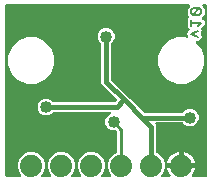
<source format=gbr>
G04 EAGLE Gerber RS-274X export*
G75*
%MOMM*%
%FSLAX34Y34*%
%LPD*%
%INBottom Copper*%
%IPPOS*%
%AMOC8*
5,1,8,0,0,1.08239X$1,22.5*%
G01*
%ADD10C,0.203200*%
%ADD11C,1.879600*%
%ADD12C,1.016000*%
%ADD13C,0.254000*%
%ADD14C,0.406400*%

G36*
X16210Y3307D02*
X16210Y3307D01*
X16239Y3304D01*
X16350Y3327D01*
X16462Y3343D01*
X16489Y3355D01*
X16518Y3360D01*
X16618Y3413D01*
X16722Y3459D01*
X16744Y3478D01*
X16770Y3491D01*
X16852Y3569D01*
X16939Y3642D01*
X16955Y3667D01*
X16976Y3687D01*
X17033Y3785D01*
X17096Y3879D01*
X17105Y3907D01*
X17120Y3932D01*
X17148Y4042D01*
X17182Y4150D01*
X17183Y4180D01*
X17190Y4208D01*
X17186Y4321D01*
X17189Y4434D01*
X17182Y4463D01*
X17181Y4492D01*
X17146Y4600D01*
X17118Y4709D01*
X17103Y4735D01*
X17094Y4763D01*
X17048Y4827D01*
X16972Y4954D01*
X16927Y4997D01*
X16899Y5036D01*
X15709Y6225D01*
X13969Y10426D01*
X13969Y14974D01*
X15710Y19175D01*
X18925Y22390D01*
X23126Y24131D01*
X27674Y24131D01*
X31875Y22390D01*
X35090Y19175D01*
X36831Y14974D01*
X36831Y10426D01*
X35091Y6225D01*
X33901Y5036D01*
X33884Y5012D01*
X33861Y4993D01*
X33799Y4899D01*
X33730Y4809D01*
X33720Y4781D01*
X33704Y4757D01*
X33670Y4649D01*
X33629Y4543D01*
X33627Y4514D01*
X33618Y4486D01*
X33615Y4372D01*
X33606Y4260D01*
X33611Y4231D01*
X33611Y4202D01*
X33639Y4092D01*
X33662Y3981D01*
X33675Y3955D01*
X33682Y3927D01*
X33740Y3829D01*
X33793Y3729D01*
X33813Y3707D01*
X33828Y3682D01*
X33910Y3605D01*
X33988Y3523D01*
X34014Y3508D01*
X34035Y3488D01*
X34136Y3436D01*
X34234Y3379D01*
X34262Y3372D01*
X34288Y3358D01*
X34366Y3345D01*
X34509Y3309D01*
X34572Y3311D01*
X34619Y3303D01*
X41581Y3303D01*
X41610Y3307D01*
X41639Y3304D01*
X41750Y3327D01*
X41862Y3343D01*
X41889Y3355D01*
X41918Y3360D01*
X42018Y3413D01*
X42122Y3459D01*
X42144Y3478D01*
X42170Y3491D01*
X42252Y3569D01*
X42339Y3642D01*
X42355Y3667D01*
X42376Y3687D01*
X42433Y3785D01*
X42496Y3879D01*
X42505Y3907D01*
X42520Y3932D01*
X42548Y4042D01*
X42582Y4150D01*
X42583Y4180D01*
X42590Y4208D01*
X42586Y4321D01*
X42589Y4434D01*
X42582Y4463D01*
X42581Y4492D01*
X42546Y4600D01*
X42518Y4709D01*
X42503Y4735D01*
X42494Y4763D01*
X42448Y4827D01*
X42372Y4954D01*
X42327Y4997D01*
X42299Y5036D01*
X41109Y6225D01*
X39369Y10426D01*
X39369Y14974D01*
X41110Y19175D01*
X44325Y22390D01*
X48526Y24131D01*
X53074Y24131D01*
X57275Y22390D01*
X60490Y19175D01*
X62231Y14974D01*
X62231Y10426D01*
X60491Y6225D01*
X59301Y5036D01*
X59284Y5012D01*
X59261Y4993D01*
X59199Y4899D01*
X59130Y4809D01*
X59120Y4781D01*
X59104Y4757D01*
X59070Y4649D01*
X59029Y4543D01*
X59027Y4514D01*
X59018Y4486D01*
X59015Y4372D01*
X59006Y4260D01*
X59011Y4231D01*
X59011Y4202D01*
X59039Y4092D01*
X59062Y3981D01*
X59075Y3955D01*
X59082Y3927D01*
X59140Y3829D01*
X59193Y3729D01*
X59213Y3707D01*
X59228Y3682D01*
X59310Y3605D01*
X59388Y3523D01*
X59414Y3508D01*
X59435Y3488D01*
X59536Y3436D01*
X59634Y3379D01*
X59662Y3372D01*
X59688Y3358D01*
X59766Y3345D01*
X59909Y3309D01*
X59972Y3311D01*
X60019Y3303D01*
X66981Y3303D01*
X67010Y3307D01*
X67039Y3304D01*
X67150Y3327D01*
X67262Y3343D01*
X67289Y3355D01*
X67318Y3360D01*
X67418Y3413D01*
X67522Y3459D01*
X67544Y3478D01*
X67570Y3491D01*
X67652Y3569D01*
X67739Y3642D01*
X67755Y3667D01*
X67776Y3687D01*
X67833Y3785D01*
X67896Y3879D01*
X67905Y3907D01*
X67920Y3932D01*
X67948Y4042D01*
X67982Y4150D01*
X67983Y4180D01*
X67990Y4208D01*
X67986Y4321D01*
X67989Y4434D01*
X67982Y4463D01*
X67981Y4492D01*
X67946Y4600D01*
X67918Y4709D01*
X67903Y4735D01*
X67894Y4763D01*
X67848Y4827D01*
X67772Y4954D01*
X67727Y4997D01*
X67699Y5036D01*
X66509Y6225D01*
X64769Y10426D01*
X64769Y14974D01*
X66510Y19175D01*
X69725Y22390D01*
X73926Y24131D01*
X78474Y24131D01*
X82675Y22390D01*
X85890Y19175D01*
X87631Y14974D01*
X87631Y10426D01*
X85891Y6225D01*
X84701Y5036D01*
X84684Y5012D01*
X84661Y4993D01*
X84599Y4899D01*
X84530Y4809D01*
X84520Y4781D01*
X84504Y4757D01*
X84470Y4649D01*
X84429Y4543D01*
X84427Y4514D01*
X84418Y4486D01*
X84415Y4372D01*
X84406Y4260D01*
X84411Y4231D01*
X84411Y4202D01*
X84439Y4092D01*
X84462Y3981D01*
X84475Y3955D01*
X84482Y3927D01*
X84540Y3829D01*
X84593Y3729D01*
X84613Y3707D01*
X84628Y3682D01*
X84710Y3605D01*
X84788Y3523D01*
X84814Y3508D01*
X84835Y3488D01*
X84936Y3436D01*
X85034Y3379D01*
X85062Y3372D01*
X85088Y3358D01*
X85166Y3345D01*
X85309Y3309D01*
X85372Y3311D01*
X85419Y3303D01*
X92381Y3303D01*
X92410Y3307D01*
X92439Y3304D01*
X92550Y3327D01*
X92662Y3343D01*
X92689Y3355D01*
X92718Y3360D01*
X92818Y3413D01*
X92922Y3459D01*
X92944Y3478D01*
X92970Y3491D01*
X93052Y3569D01*
X93139Y3642D01*
X93155Y3667D01*
X93176Y3687D01*
X93233Y3785D01*
X93296Y3879D01*
X93305Y3907D01*
X93320Y3932D01*
X93348Y4042D01*
X93382Y4150D01*
X93383Y4180D01*
X93390Y4208D01*
X93386Y4321D01*
X93389Y4434D01*
X93382Y4463D01*
X93381Y4492D01*
X93346Y4600D01*
X93318Y4709D01*
X93303Y4735D01*
X93294Y4763D01*
X93248Y4827D01*
X93172Y4954D01*
X93127Y4997D01*
X93099Y5036D01*
X91909Y6225D01*
X90169Y10426D01*
X90169Y14974D01*
X91910Y19175D01*
X95125Y22391D01*
X97671Y23445D01*
X97672Y23446D01*
X97673Y23446D01*
X97794Y23518D01*
X97915Y23589D01*
X97916Y23591D01*
X97918Y23591D01*
X98015Y23695D01*
X98111Y23796D01*
X98111Y23797D01*
X98112Y23799D01*
X98177Y23924D01*
X98241Y24049D01*
X98241Y24050D01*
X98242Y24052D01*
X98244Y24067D01*
X98296Y24328D01*
X98293Y24358D01*
X98297Y24383D01*
X98297Y41391D01*
X98285Y41478D01*
X98282Y41565D01*
X98265Y41618D01*
X98257Y41673D01*
X98222Y41753D01*
X98195Y41836D01*
X98167Y41875D01*
X98141Y41932D01*
X98046Y42045D01*
X98000Y42109D01*
X97871Y42238D01*
X97870Y42239D01*
X97869Y42241D01*
X97754Y42326D01*
X97644Y42409D01*
X97642Y42410D01*
X97641Y42411D01*
X97508Y42461D01*
X97378Y42511D01*
X97376Y42511D01*
X97375Y42511D01*
X97234Y42523D01*
X97095Y42534D01*
X97093Y42534D01*
X97092Y42534D01*
X97076Y42530D01*
X96816Y42478D01*
X96789Y42464D01*
X96764Y42459D01*
X96665Y42417D01*
X93835Y42417D01*
X91221Y43500D01*
X89220Y45501D01*
X88137Y48115D01*
X88137Y50945D01*
X89220Y53559D01*
X91221Y55560D01*
X92795Y56212D01*
X92869Y56256D01*
X92948Y56291D01*
X92991Y56328D01*
X93040Y56357D01*
X93099Y56419D01*
X93165Y56475D01*
X93196Y56522D01*
X93235Y56563D01*
X93275Y56640D01*
X93322Y56711D01*
X93340Y56765D01*
X93366Y56816D01*
X93382Y56900D01*
X93408Y56982D01*
X93410Y57039D01*
X93421Y57095D01*
X93413Y57180D01*
X93416Y57266D01*
X93401Y57321D01*
X93396Y57378D01*
X93365Y57459D01*
X93344Y57541D01*
X93315Y57590D01*
X93294Y57643D01*
X93242Y57712D01*
X93198Y57786D01*
X93157Y57825D01*
X93123Y57870D01*
X93054Y57922D01*
X92991Y57980D01*
X92940Y58006D01*
X92895Y58040D01*
X92815Y58071D01*
X92738Y58110D01*
X92689Y58118D01*
X92629Y58141D01*
X92484Y58152D01*
X92407Y58165D01*
X44515Y58165D01*
X44428Y58153D01*
X44341Y58150D01*
X44288Y58133D01*
X44233Y58125D01*
X44153Y58090D01*
X44070Y58063D01*
X44031Y58035D01*
X43974Y58009D01*
X43861Y57913D01*
X43797Y57868D01*
X42129Y56200D01*
X39515Y55117D01*
X36685Y55117D01*
X34071Y56200D01*
X32070Y58201D01*
X30987Y60815D01*
X30987Y63645D01*
X32070Y66259D01*
X34071Y68260D01*
X36685Y69343D01*
X39515Y69343D01*
X42129Y68260D01*
X43797Y66592D01*
X43867Y66540D01*
X43931Y66480D01*
X43980Y66454D01*
X44024Y66421D01*
X44106Y66390D01*
X44184Y66350D01*
X44231Y66342D01*
X44290Y66320D01*
X44437Y66308D01*
X44515Y66295D01*
X95686Y66295D01*
X95772Y66307D01*
X95860Y66310D01*
X95912Y66327D01*
X95967Y66335D01*
X96047Y66370D01*
X96130Y66397D01*
X96170Y66425D01*
X96227Y66451D01*
X96340Y66547D01*
X96404Y66592D01*
X97674Y67862D01*
X97709Y67909D01*
X97751Y67949D01*
X97794Y68022D01*
X97845Y68089D01*
X97865Y68144D01*
X97895Y68194D01*
X97916Y68276D01*
X97946Y68355D01*
X97951Y68413D01*
X97965Y68470D01*
X97962Y68554D01*
X97969Y68638D01*
X97958Y68696D01*
X97956Y68754D01*
X97930Y68834D01*
X97914Y68917D01*
X97887Y68969D01*
X97869Y69025D01*
X97828Y69081D01*
X97783Y69169D01*
X97714Y69242D01*
X97674Y69298D01*
X87514Y79458D01*
X84835Y82136D01*
X84835Y115505D01*
X84823Y115592D01*
X84820Y115679D01*
X84803Y115732D01*
X84795Y115787D01*
X84760Y115867D01*
X84733Y115950D01*
X84705Y115989D01*
X84679Y116046D01*
X84583Y116159D01*
X84538Y116223D01*
X82870Y117891D01*
X81787Y120505D01*
X81787Y123335D01*
X82870Y125949D01*
X84871Y127950D01*
X87485Y129033D01*
X90315Y129033D01*
X92929Y127950D01*
X94930Y125949D01*
X96013Y123335D01*
X96013Y120505D01*
X94930Y117891D01*
X93262Y116223D01*
X93210Y116153D01*
X93150Y116089D01*
X93124Y116040D01*
X93091Y115996D01*
X93060Y115914D01*
X93020Y115836D01*
X93012Y115789D01*
X92990Y115730D01*
X92978Y115583D01*
X92965Y115505D01*
X92965Y85924D01*
X92977Y85838D01*
X92980Y85750D01*
X92997Y85698D01*
X93005Y85643D01*
X93040Y85563D01*
X93067Y85480D01*
X93095Y85440D01*
X93121Y85383D01*
X93217Y85270D01*
X93262Y85206D01*
X109137Y69331D01*
X120766Y57702D01*
X120836Y57650D01*
X120900Y57590D01*
X120949Y57564D01*
X120993Y57531D01*
X121075Y57500D01*
X121153Y57460D01*
X121201Y57452D01*
X121259Y57430D01*
X121407Y57418D01*
X121484Y57405D01*
X153605Y57405D01*
X153692Y57417D01*
X153779Y57420D01*
X153832Y57437D01*
X153887Y57445D01*
X153967Y57480D01*
X154050Y57507D01*
X154089Y57535D01*
X154146Y57561D01*
X154259Y57657D01*
X154323Y57702D01*
X155991Y59370D01*
X158605Y60453D01*
X161435Y60453D01*
X164049Y59370D01*
X166050Y57369D01*
X167133Y54755D01*
X167133Y51925D01*
X166050Y49311D01*
X164049Y47310D01*
X161435Y46227D01*
X158605Y46227D01*
X155991Y47310D01*
X154323Y48978D01*
X154253Y49030D01*
X154189Y49090D01*
X154140Y49116D01*
X154096Y49149D01*
X154014Y49180D01*
X153936Y49220D01*
X153889Y49228D01*
X153830Y49250D01*
X153683Y49262D01*
X153605Y49275D01*
X131644Y49275D01*
X131615Y49271D01*
X131586Y49274D01*
X131475Y49251D01*
X131363Y49235D01*
X131336Y49223D01*
X131307Y49218D01*
X131207Y49166D01*
X131103Y49119D01*
X131081Y49100D01*
X131055Y49087D01*
X130973Y49009D01*
X130886Y48936D01*
X130870Y48911D01*
X130849Y48891D01*
X130791Y48793D01*
X130729Y48699D01*
X130720Y48671D01*
X130705Y48646D01*
X130677Y48536D01*
X130643Y48428D01*
X130642Y48399D01*
X130635Y48370D01*
X130638Y48257D01*
X130636Y48144D01*
X130643Y48115D01*
X130644Y48086D01*
X130679Y47978D01*
X130707Y47869D01*
X130722Y47843D01*
X130731Y47815D01*
X130777Y47751D01*
X130853Y47624D01*
X130898Y47581D01*
X130926Y47542D01*
X131065Y47404D01*
X131065Y24067D01*
X131065Y24066D01*
X131065Y24064D01*
X131085Y23924D01*
X131105Y23786D01*
X131105Y23784D01*
X131105Y23783D01*
X131162Y23657D01*
X131221Y23526D01*
X131222Y23525D01*
X131223Y23524D01*
X131314Y23417D01*
X131404Y23309D01*
X131406Y23308D01*
X131407Y23307D01*
X131420Y23299D01*
X131641Y23152D01*
X131670Y23142D01*
X131691Y23129D01*
X133475Y22390D01*
X136690Y19175D01*
X138431Y14974D01*
X138431Y10426D01*
X136691Y6225D01*
X135501Y5036D01*
X135484Y5012D01*
X135461Y4993D01*
X135399Y4899D01*
X135330Y4809D01*
X135320Y4781D01*
X135304Y4757D01*
X135270Y4649D01*
X135229Y4543D01*
X135227Y4514D01*
X135218Y4486D01*
X135215Y4372D01*
X135206Y4260D01*
X135211Y4231D01*
X135211Y4202D01*
X135239Y4092D01*
X135262Y3981D01*
X135275Y3955D01*
X135282Y3927D01*
X135340Y3829D01*
X135393Y3729D01*
X135413Y3707D01*
X135428Y3682D01*
X135510Y3605D01*
X135588Y3523D01*
X135614Y3508D01*
X135635Y3488D01*
X135736Y3436D01*
X135834Y3379D01*
X135862Y3372D01*
X135888Y3358D01*
X135966Y3345D01*
X136109Y3309D01*
X136172Y3311D01*
X136219Y3303D01*
X142478Y3303D01*
X142569Y3316D01*
X142661Y3319D01*
X142709Y3335D01*
X142759Y3343D01*
X142844Y3380D01*
X142931Y3409D01*
X142972Y3438D01*
X143019Y3459D01*
X143089Y3518D01*
X143165Y3570D01*
X143197Y3610D01*
X143236Y3642D01*
X143287Y3719D01*
X143345Y3790D01*
X143365Y3837D01*
X143393Y3879D01*
X143421Y3967D01*
X143458Y4051D01*
X143464Y4102D01*
X143479Y4150D01*
X143482Y4242D01*
X143493Y4333D01*
X143485Y4384D01*
X143486Y4434D01*
X143463Y4523D01*
X143449Y4614D01*
X143429Y4654D01*
X143415Y4709D01*
X143334Y4846D01*
X143299Y4915D01*
X142189Y6443D01*
X141336Y8117D01*
X140755Y9904D01*
X140634Y10669D01*
X151384Y10669D01*
X151442Y10677D01*
X151500Y10675D01*
X151582Y10697D01*
X151665Y10709D01*
X151719Y10733D01*
X151775Y10747D01*
X151848Y10790D01*
X151925Y10825D01*
X151969Y10863D01*
X152020Y10893D01*
X152077Y10954D01*
X152142Y11009D01*
X152174Y11057D01*
X152214Y11100D01*
X152253Y11175D01*
X152299Y11245D01*
X152317Y11301D01*
X152344Y11353D01*
X152355Y11421D01*
X152385Y11516D01*
X152388Y11616D01*
X152399Y11684D01*
X152399Y12701D01*
X152401Y12701D01*
X152401Y11684D01*
X152409Y11626D01*
X152408Y11568D01*
X152429Y11486D01*
X152441Y11403D01*
X152465Y11349D01*
X152479Y11293D01*
X152522Y11220D01*
X152557Y11143D01*
X152595Y11098D01*
X152625Y11048D01*
X152686Y10990D01*
X152741Y10926D01*
X152789Y10894D01*
X152832Y10854D01*
X152907Y10815D01*
X152977Y10769D01*
X153033Y10751D01*
X153085Y10724D01*
X153153Y10713D01*
X153248Y10683D01*
X153348Y10680D01*
X153416Y10669D01*
X164166Y10669D01*
X164045Y9904D01*
X163464Y8117D01*
X162611Y6443D01*
X161501Y4915D01*
X161458Y4834D01*
X161407Y4757D01*
X161391Y4708D01*
X161367Y4664D01*
X161349Y4574D01*
X161321Y4486D01*
X161319Y4435D01*
X161309Y4385D01*
X161316Y4294D01*
X161314Y4202D01*
X161326Y4153D01*
X161330Y4102D01*
X161362Y4015D01*
X161385Y3927D01*
X161411Y3883D01*
X161429Y3835D01*
X161484Y3761D01*
X161531Y3682D01*
X161568Y3647D01*
X161598Y3607D01*
X161671Y3551D01*
X161738Y3488D01*
X161783Y3465D01*
X161823Y3434D01*
X161909Y3400D01*
X161991Y3358D01*
X162035Y3351D01*
X162088Y3330D01*
X162246Y3315D01*
X162322Y3303D01*
X173482Y3303D01*
X173540Y3311D01*
X173598Y3309D01*
X173680Y3331D01*
X173764Y3343D01*
X173817Y3366D01*
X173873Y3381D01*
X173946Y3424D01*
X174023Y3459D01*
X174068Y3497D01*
X174118Y3526D01*
X174176Y3588D01*
X174240Y3642D01*
X174272Y3691D01*
X174312Y3734D01*
X174351Y3809D01*
X174398Y3879D01*
X174415Y3935D01*
X174442Y3987D01*
X174453Y4055D01*
X174483Y4150D01*
X174486Y4250D01*
X174497Y4318D01*
X174497Y148082D01*
X174489Y148140D01*
X174491Y148198D01*
X174469Y148280D01*
X174457Y148364D01*
X174434Y148417D01*
X174419Y148473D01*
X174376Y148546D01*
X174341Y148623D01*
X174303Y148668D01*
X174274Y148718D01*
X174212Y148776D01*
X174158Y148840D01*
X174109Y148872D01*
X174066Y148912D01*
X173991Y148951D01*
X173921Y148998D01*
X173865Y149015D01*
X173813Y149042D01*
X173745Y149053D01*
X173650Y149083D01*
X173550Y149086D01*
X173482Y149097D01*
X171217Y149097D01*
X171188Y149093D01*
X171159Y149096D01*
X171048Y149073D01*
X170936Y149057D01*
X170909Y149045D01*
X170880Y149040D01*
X170780Y148987D01*
X170676Y148941D01*
X170654Y148922D01*
X170628Y148909D01*
X170546Y148831D01*
X170459Y148758D01*
X170443Y148733D01*
X170422Y148713D01*
X170365Y148615D01*
X170302Y148521D01*
X170293Y148493D01*
X170278Y148468D01*
X170250Y148358D01*
X170216Y148250D01*
X170215Y148220D01*
X170208Y148192D01*
X170212Y148079D01*
X170209Y147966D01*
X170216Y147937D01*
X170217Y147908D01*
X170252Y147800D01*
X170281Y147691D01*
X170295Y147665D01*
X170305Y147637D01*
X170350Y147573D01*
X170426Y147446D01*
X170471Y147403D01*
X170499Y147364D01*
X171161Y146702D01*
X172220Y145644D01*
X172220Y140407D01*
X170201Y138388D01*
X170166Y138341D01*
X170123Y138301D01*
X170081Y138228D01*
X170030Y138160D01*
X170009Y138106D01*
X169979Y138055D01*
X169959Y137974D01*
X169929Y137895D01*
X169924Y137836D01*
X169909Y137780D01*
X169912Y137696D01*
X169905Y137611D01*
X169917Y137554D01*
X169918Y137496D01*
X169944Y137415D01*
X169961Y137333D01*
X169988Y137281D01*
X170006Y137225D01*
X170046Y137169D01*
X170092Y137080D01*
X170161Y137008D01*
X170201Y136952D01*
X171309Y135843D01*
X172220Y134933D01*
X172220Y132407D01*
X170844Y131032D01*
X170136Y130324D01*
X169376Y129563D01*
X169353Y129533D01*
X169324Y129508D01*
X169268Y129420D01*
X169205Y129336D01*
X169191Y129301D01*
X169171Y129269D01*
X169141Y129169D01*
X169104Y129070D01*
X169100Y129033D01*
X169090Y128996D01*
X169089Y128891D01*
X169080Y128787D01*
X169087Y128750D01*
X169087Y128712D01*
X169110Y128637D01*
X169136Y128508D01*
X169169Y128444D01*
X169185Y128391D01*
X169751Y127260D01*
X168876Y124636D01*
X168873Y124621D01*
X168867Y124606D01*
X168848Y124481D01*
X168825Y124356D01*
X168826Y124341D01*
X168824Y124325D01*
X168835Y124258D01*
X168853Y124073D01*
X168870Y124030D01*
X168876Y123994D01*
X169751Y121369D01*
X168621Y119110D01*
X166225Y118312D01*
X166068Y118390D01*
X165952Y118429D01*
X165839Y118472D01*
X165818Y118474D01*
X165798Y118481D01*
X165677Y118486D01*
X165555Y118496D01*
X165535Y118492D01*
X165514Y118493D01*
X165396Y118464D01*
X165277Y118440D01*
X165258Y118430D01*
X165238Y118426D01*
X165132Y118365D01*
X165024Y118309D01*
X165009Y118295D01*
X164991Y118284D01*
X164906Y118197D01*
X164818Y118113D01*
X164808Y118095D01*
X164793Y118080D01*
X164736Y117973D01*
X164674Y117868D01*
X164669Y117848D01*
X164660Y117829D01*
X164634Y117710D01*
X164604Y117592D01*
X164605Y117572D01*
X164601Y117551D01*
X164610Y117430D01*
X164613Y117308D01*
X164620Y117288D01*
X164621Y117268D01*
X164663Y117154D01*
X164701Y117038D01*
X164712Y117023D01*
X164720Y117001D01*
X164888Y116772D01*
X164893Y116769D01*
X164896Y116764D01*
X168981Y112679D01*
X171959Y105490D01*
X171959Y97710D01*
X168981Y90521D01*
X163479Y85019D01*
X156290Y82041D01*
X148510Y82041D01*
X141321Y85019D01*
X135819Y90521D01*
X132841Y97710D01*
X132841Y105490D01*
X135819Y112679D01*
X141321Y118181D01*
X148510Y121159D01*
X156290Y121159D01*
X157233Y120768D01*
X157364Y120734D01*
X157495Y120699D01*
X157502Y120699D01*
X157508Y120697D01*
X157644Y120701D01*
X157779Y120703D01*
X157786Y120705D01*
X157793Y120705D01*
X157921Y120746D01*
X158051Y120786D01*
X158057Y120790D01*
X158063Y120792D01*
X158175Y120867D01*
X158289Y120941D01*
X158294Y120946D01*
X158300Y120950D01*
X158387Y121054D01*
X158475Y121156D01*
X158478Y121163D01*
X158483Y121168D01*
X158537Y121291D01*
X158594Y121415D01*
X158595Y121421D01*
X158598Y121428D01*
X158617Y121562D01*
X158637Y121696D01*
X158636Y121702D01*
X158637Y121709D01*
X158596Y121991D01*
X158588Y122010D01*
X158585Y122027D01*
X158235Y123077D01*
X158198Y123151D01*
X158180Y123210D01*
X157736Y124098D01*
X157744Y124148D01*
X157767Y124273D01*
X157765Y124289D01*
X157767Y124304D01*
X157757Y124372D01*
X157740Y124540D01*
X158180Y125420D01*
X158206Y125499D01*
X158235Y125553D01*
X158549Y126495D01*
X158590Y126525D01*
X158695Y126597D01*
X158705Y126609D01*
X158717Y126619D01*
X158758Y126674D01*
X158873Y126815D01*
X158951Y126856D01*
X159071Y126915D01*
X159077Y126921D01*
X159085Y126925D01*
X159182Y127017D01*
X159280Y127108D01*
X159285Y127115D01*
X159291Y127121D01*
X159358Y127236D01*
X159428Y127351D01*
X159430Y127359D01*
X159434Y127366D01*
X159467Y127495D01*
X159503Y127625D01*
X159502Y127633D01*
X159505Y127642D01*
X159500Y127776D01*
X159498Y127909D01*
X159496Y127917D01*
X159496Y127926D01*
X159454Y128053D01*
X159415Y128181D01*
X159411Y128188D01*
X159408Y128196D01*
X159377Y128239D01*
X159260Y128419D01*
X159231Y128444D01*
X159213Y128470D01*
X157987Y129696D01*
X157987Y137645D01*
X158650Y138308D01*
X158686Y138354D01*
X158728Y138395D01*
X158771Y138467D01*
X158821Y138535D01*
X158842Y138589D01*
X158872Y138640D01*
X158893Y138722D01*
X158923Y138800D01*
X158927Y138859D01*
X158942Y138915D01*
X158939Y139000D01*
X158946Y139084D01*
X158935Y139141D01*
X158933Y139200D01*
X158907Y139280D01*
X158890Y139363D01*
X158863Y139414D01*
X158845Y139470D01*
X158805Y139526D01*
X158759Y139615D01*
X158691Y139687D01*
X158650Y139743D01*
X157987Y140407D01*
X157987Y145644D01*
X159708Y147364D01*
X159725Y147388D01*
X159748Y147407D01*
X159810Y147501D01*
X159878Y147591D01*
X159889Y147619D01*
X159905Y147643D01*
X159939Y147751D01*
X159980Y147857D01*
X159982Y147886D01*
X159991Y147914D01*
X159994Y148028D01*
X160003Y148140D01*
X159997Y148169D01*
X159998Y148198D01*
X159970Y148308D01*
X159947Y148419D01*
X159934Y148445D01*
X159926Y148473D01*
X159869Y148571D01*
X159816Y148671D01*
X159796Y148693D01*
X159781Y148718D01*
X159699Y148795D01*
X159621Y148877D01*
X159595Y148892D01*
X159574Y148912D01*
X159473Y148964D01*
X159375Y149021D01*
X159347Y149028D01*
X159321Y149042D01*
X159243Y149055D01*
X159100Y149091D01*
X159037Y149089D01*
X158990Y149097D01*
X4318Y149097D01*
X4260Y149089D01*
X4202Y149091D01*
X4120Y149069D01*
X4036Y149057D01*
X3983Y149034D01*
X3927Y149019D01*
X3854Y148976D01*
X3777Y148941D01*
X3732Y148903D01*
X3682Y148874D01*
X3624Y148812D01*
X3560Y148758D01*
X3528Y148709D01*
X3488Y148666D01*
X3449Y148591D01*
X3402Y148521D01*
X3385Y148465D01*
X3358Y148413D01*
X3347Y148345D01*
X3317Y148250D01*
X3314Y148150D01*
X3303Y148082D01*
X3303Y4318D01*
X3311Y4260D01*
X3309Y4202D01*
X3331Y4120D01*
X3343Y4036D01*
X3366Y3983D01*
X3381Y3927D01*
X3424Y3854D01*
X3459Y3777D01*
X3497Y3732D01*
X3526Y3682D01*
X3588Y3624D01*
X3642Y3560D01*
X3691Y3528D01*
X3734Y3488D01*
X3809Y3449D01*
X3879Y3402D01*
X3935Y3385D01*
X3987Y3358D01*
X4055Y3347D01*
X4150Y3317D01*
X4250Y3314D01*
X4318Y3303D01*
X16181Y3303D01*
X16210Y3307D01*
G37*
%LPC*%
G36*
X21510Y82041D02*
X21510Y82041D01*
X14321Y85019D01*
X8819Y90521D01*
X5841Y97710D01*
X5841Y105490D01*
X8819Y112679D01*
X14321Y118181D01*
X21510Y121159D01*
X29290Y121159D01*
X36479Y118181D01*
X41981Y112679D01*
X44959Y105490D01*
X44959Y97710D01*
X41981Y90521D01*
X36479Y85019D01*
X29290Y82041D01*
X21510Y82041D01*
G37*
%LPD*%
%LPC*%
G36*
X154431Y14731D02*
X154431Y14731D01*
X154431Y24466D01*
X155196Y24345D01*
X156983Y23764D01*
X158657Y22911D01*
X160178Y21806D01*
X161506Y20478D01*
X162611Y18957D01*
X163464Y17283D01*
X164045Y15496D01*
X164166Y14731D01*
X154431Y14731D01*
G37*
%LPD*%
%LPC*%
G36*
X140634Y14731D02*
X140634Y14731D01*
X140755Y15496D01*
X141336Y17283D01*
X142189Y18957D01*
X143294Y20478D01*
X144622Y21806D01*
X146143Y22911D01*
X147817Y23764D01*
X149604Y24345D01*
X150369Y24466D01*
X150369Y14731D01*
X140634Y14731D01*
G37*
%LPD*%
D10*
X166459Y121603D02*
X161036Y124315D01*
X166459Y127027D01*
X166459Y130958D02*
X169171Y133670D01*
X161036Y133670D01*
X161036Y130958D02*
X161036Y136382D01*
X162392Y140314D02*
X167815Y140314D01*
X169171Y141669D01*
X169171Y144381D01*
X167815Y145737D01*
X162392Y145737D01*
X161036Y144381D01*
X161036Y141669D01*
X162392Y140314D01*
X167815Y145737D01*
D11*
X152400Y12700D03*
X127000Y12700D03*
X101600Y12700D03*
X76200Y12700D03*
X50800Y12700D03*
X25400Y12700D03*
D12*
X95250Y49530D03*
D13*
X101600Y43180D01*
X101600Y12700D01*
D12*
X134620Y73660D03*
X160020Y53340D03*
X88900Y121920D03*
X38100Y62230D03*
D14*
X127000Y45720D02*
X127000Y12700D01*
X127000Y45720D02*
X119380Y53340D01*
X104775Y67945D01*
X88900Y83820D01*
X88900Y121920D01*
X97790Y62230D02*
X38100Y62230D01*
X97790Y62230D02*
X103505Y67945D01*
X104775Y67945D01*
X119380Y53340D02*
X160020Y53340D01*
M02*

</source>
